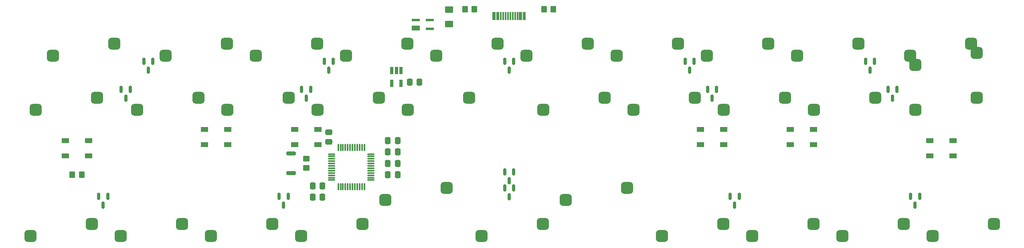
<source format=gbr>
%TF.GenerationSoftware,KiCad,Pcbnew,(7.0.0)*%
%TF.CreationDate,2024-03-09T22:34:04+01:00*%
%TF.ProjectId,kicad_tsuru,6b696361-645f-4747-9375-72752e6b6963,rev?*%
%TF.SameCoordinates,Original*%
%TF.FileFunction,Paste,Bot*%
%TF.FilePolarity,Positive*%
%FSLAX46Y46*%
G04 Gerber Fmt 4.6, Leading zero omitted, Abs format (unit mm)*
G04 Created by KiCad (PCBNEW (7.0.0)) date 2024-03-09 22:34:04*
%MOMM*%
%LPD*%
G01*
G04 APERTURE LIST*
G04 Aperture macros list*
%AMRoundRect*
0 Rectangle with rounded corners*
0 $1 Rounding radius*
0 $2 $3 $4 $5 $6 $7 $8 $9 X,Y pos of 4 corners*
0 Add a 4 corners polygon primitive as box body*
4,1,4,$2,$3,$4,$5,$6,$7,$8,$9,$2,$3,0*
0 Add four circle primitives for the rounded corners*
1,1,$1+$1,$2,$3*
1,1,$1+$1,$4,$5*
1,1,$1+$1,$6,$7*
1,1,$1+$1,$8,$9*
0 Add four rect primitives between the rounded corners*
20,1,$1+$1,$2,$3,$4,$5,0*
20,1,$1+$1,$4,$5,$6,$7,0*
20,1,$1+$1,$6,$7,$8,$9,0*
20,1,$1+$1,$8,$9,$2,$3,0*%
G04 Aperture macros list end*
%ADD10RoundRect,0.625000X-0.650000X-0.625000X0.650000X-0.625000X0.650000X0.625000X-0.650000X0.625000X0*%
%ADD11RoundRect,0.625000X0.650000X0.625000X-0.650000X0.625000X-0.650000X-0.625000X0.650000X-0.625000X0*%
%ADD12RoundRect,0.250000X-0.337500X-0.475000X0.337500X-0.475000X0.337500X0.475000X-0.337500X0.475000X0*%
%ADD13R,0.650000X1.560000*%
%ADD14RoundRect,0.200000X-0.800000X0.200000X-0.800000X-0.200000X0.800000X-0.200000X0.800000X0.200000X0*%
%ADD15R,1.500000X1.000000*%
%ADD16RoundRect,0.150000X-0.150000X0.587500X-0.150000X-0.587500X0.150000X-0.587500X0.150000X0.587500X0*%
%ADD17R,1.700000X1.000000*%
%ADD18R,1.700000X0.600000*%
%ADD19RoundRect,0.250000X0.475000X-0.337500X0.475000X0.337500X-0.475000X0.337500X-0.475000X-0.337500X0*%
%ADD20RoundRect,0.250000X-0.350000X-0.450000X0.350000X-0.450000X0.350000X0.450000X-0.350000X0.450000X0*%
%ADD21RoundRect,0.250000X0.337500X0.475000X-0.337500X0.475000X-0.337500X-0.475000X0.337500X-0.475000X0*%
%ADD22RoundRect,0.250000X0.350000X0.450000X-0.350000X0.450000X-0.350000X-0.450000X0.350000X-0.450000X0*%
%ADD23RoundRect,0.250000X-0.450000X0.350000X-0.450000X-0.350000X0.450000X-0.350000X0.450000X0.350000X0*%
%ADD24R,0.300000X1.750000*%
%ADD25RoundRect,0.075000X0.075000X-0.662500X0.075000X0.662500X-0.075000X0.662500X-0.075000X-0.662500X0*%
%ADD26RoundRect,0.075000X0.662500X-0.075000X0.662500X0.075000X-0.662500X0.075000X-0.662500X-0.075000X0*%
%ADD27RoundRect,0.250001X-0.624999X0.462499X-0.624999X-0.462499X0.624999X-0.462499X0.624999X0.462499X0*%
G04 APERTURE END LIST*
D10*
%TO.C,MX19*%
X212119375Y-69266250D03*
X225046375Y-66726250D03*
%TD*%
D11*
%TO.C,MX6*%
X164376875Y-55296250D03*
X151449875Y-57836250D03*
%TD*%
%TO.C,MX30*%
X250101875Y-93396250D03*
X237174875Y-95936250D03*
%TD*%
%TO.C,MX31*%
X154851875Y-93396250D03*
X141924875Y-95936250D03*
%TD*%
D10*
%TO.C,MX25*%
X121631875Y-88316250D03*
X134558875Y-85776250D03*
%TD*%
%TO.C,MX16*%
X154969375Y-69266250D03*
X167896375Y-66726250D03*
%TD*%
%TO.C,MX18*%
X193069375Y-69266250D03*
X205996375Y-66726250D03*
%TD*%
D11*
%TO.C,MX3*%
X107226875Y-55296250D03*
X94299875Y-57836250D03*
%TD*%
%TO.C,MX5*%
X145326875Y-55296250D03*
X132399875Y-57836250D03*
%TD*%
D10*
%TO.C,MX12*%
X69244375Y-69266250D03*
X82171375Y-66726250D03*
%TD*%
D11*
%TO.C,MX24*%
X116751875Y-93396250D03*
X103824875Y-95936250D03*
%TD*%
%TO.C,MX22*%
X78651875Y-93396250D03*
X65724875Y-95936250D03*
%TD*%
%TO.C,MX29*%
X231051875Y-93396250D03*
X218124875Y-95936250D03*
%TD*%
D10*
%TO.C,MX17*%
X174019375Y-69266250D03*
X186946375Y-66726250D03*
%TD*%
%TO.C,MX15*%
X126394375Y-69266250D03*
X139321375Y-66726250D03*
%TD*%
D11*
%TO.C,MX21*%
X59601875Y-93396250D03*
X46674875Y-95936250D03*
%TD*%
%TO.C,MX27*%
X192951875Y-93396250D03*
X180024875Y-95936250D03*
%TD*%
%TO.C,MX7*%
X183426875Y-55296250D03*
X170499875Y-57836250D03*
%TD*%
D10*
%TO.C,MX26*%
X159731875Y-88316250D03*
X172658875Y-85776250D03*
%TD*%
%TO.C,MX20*%
X233550625Y-69266250D03*
X246477625Y-66726250D03*
%TD*%
D11*
%TO.C,MX4*%
X126276875Y-55296250D03*
X113349875Y-57836250D03*
%TD*%
D10*
%TO.C,MX32*%
X233550625Y-59741250D03*
X246477625Y-57201250D03*
%TD*%
%TO.C,MX14*%
X107344375Y-69266250D03*
X120271375Y-66726250D03*
%TD*%
D11*
%TO.C,MX23*%
X97701875Y-93396250D03*
X84774875Y-95936250D03*
%TD*%
%TO.C,MX1*%
X64364375Y-55296250D03*
X51437375Y-57836250D03*
%TD*%
%TO.C,MX28*%
X212001875Y-93396250D03*
X199074875Y-95936250D03*
%TD*%
%TO.C,MX10*%
X245339375Y-55296250D03*
X232412375Y-57836250D03*
%TD*%
%TO.C,MX2*%
X88176875Y-55296250D03*
X75249875Y-57836250D03*
%TD*%
D10*
%TO.C,MX11*%
X47813125Y-69266250D03*
X60740125Y-66726250D03*
%TD*%
D11*
%TO.C,MX8*%
X202476875Y-55296250D03*
X189549875Y-57836250D03*
%TD*%
D10*
%TO.C,MX13*%
X88294375Y-69266250D03*
X101221375Y-66726250D03*
%TD*%
D11*
%TO.C,MX9*%
X221526875Y-55296250D03*
X208599875Y-57836250D03*
%TD*%
D12*
%TO.C,C1*%
X126739375Y-63351250D03*
X128814375Y-63351250D03*
%TD*%
D13*
%TO.C,U2*%
X123004374Y-60931249D03*
X123954374Y-60931249D03*
X124904374Y-60931249D03*
X124904374Y-63631249D03*
X123004374Y-63631249D03*
%TD*%
D14*
%TO.C,SW3*%
X101729375Y-78437500D03*
X101729375Y-82637500D03*
%TD*%
D15*
%TO.C,D20*%
X207160624Y-76581249D03*
X207160624Y-73381249D03*
X212060624Y-73381249D03*
X212060624Y-76581249D03*
%TD*%
%TO.C,D17*%
X83404374Y-76581249D03*
X83404374Y-73381249D03*
X88304374Y-73381249D03*
X88304374Y-76581249D03*
%TD*%
D16*
%TO.C,D11*%
X61091875Y-87537500D03*
X62991875Y-87537500D03*
X62041875Y-89412500D03*
%TD*%
%TO.C,D15*%
X232541875Y-87537500D03*
X234441875Y-87537500D03*
X233491875Y-89412500D03*
%TD*%
%TO.C,D14*%
X194441875Y-87537500D03*
X196341875Y-87537500D03*
X195391875Y-89412500D03*
%TD*%
%TO.C,D10*%
X227779375Y-64915625D03*
X229679375Y-64915625D03*
X228729375Y-66790625D03*
%TD*%
D15*
%TO.C,D19*%
X188179374Y-76581249D03*
X188179374Y-73381249D03*
X193079374Y-73381249D03*
X193079374Y-76581249D03*
%TD*%
D17*
%TO.C,U1*%
X128010624Y-51918749D03*
D18*
X128010624Y-50218749D03*
X131010624Y-50218749D03*
X131010624Y-52118749D03*
%TD*%
D15*
%TO.C,D16*%
X54035624Y-78962499D03*
X54035624Y-75762499D03*
X58935624Y-75762499D03*
X58935624Y-78962499D03*
%TD*%
%TO.C,D18*%
X102454374Y-76581249D03*
X102454374Y-73381249D03*
X107354374Y-73381249D03*
X107354374Y-76581249D03*
%TD*%
D19*
%TO.C,C5*%
X109666875Y-76018750D03*
X109666875Y-73943750D03*
%TD*%
D16*
%TO.C,D3*%
X146816875Y-58962500D03*
X148716875Y-58962500D03*
X147766875Y-60837500D03*
%TD*%
D20*
%TO.C,R2*%
X155101250Y-47993750D03*
X157101250Y-47993750D03*
%TD*%
D16*
%TO.C,D9*%
X189679375Y-64915625D03*
X191579375Y-64915625D03*
X190629375Y-66790625D03*
%TD*%
%TO.C,D6*%
X65854375Y-64915625D03*
X67754375Y-64915625D03*
X66804375Y-66790625D03*
%TD*%
D21*
%TO.C,C10*%
X108323125Y-87681250D03*
X106248125Y-87681250D03*
%TD*%
D16*
%TO.C,D7*%
X103954375Y-64915625D03*
X105854375Y-64915625D03*
X104904375Y-66790625D03*
%TD*%
D21*
%TO.C,C6*%
X108323125Y-85300000D03*
X106248125Y-85300000D03*
%TD*%
D22*
%TO.C,R1*%
X140432500Y-47993750D03*
X138432500Y-47993750D03*
%TD*%
D12*
%TO.C,C4*%
X122123125Y-78156250D03*
X124198125Y-78156250D03*
%TD*%
D16*
%TO.C,D5*%
X223016875Y-58962500D03*
X224916875Y-58962500D03*
X223966875Y-60837500D03*
%TD*%
%TO.C,D8*%
X146816875Y-82313727D03*
X148716875Y-82313727D03*
X147766875Y-84188727D03*
%TD*%
%TO.C,D4*%
X184916875Y-58962500D03*
X186816875Y-58962500D03*
X185866875Y-60837500D03*
%TD*%
D12*
%TO.C,C8*%
X122123125Y-82918750D03*
X124198125Y-82918750D03*
%TD*%
D16*
%TO.C,D2*%
X108716875Y-58962500D03*
X110616875Y-58962500D03*
X109666875Y-60837500D03*
%TD*%
D23*
%TO.C,R4*%
X104904375Y-79537500D03*
X104904375Y-81537500D03*
%TD*%
D24*
%TO.C,J1*%
X144416874Y-49393749D03*
X145216874Y-49393749D03*
X146516874Y-49393749D03*
X147516874Y-49393749D03*
X148016874Y-49393749D03*
X149016874Y-49393749D03*
X150316874Y-49393749D03*
X151116874Y-49393749D03*
X150816874Y-49393749D03*
X150016874Y-49393749D03*
X149516874Y-49393749D03*
X148516874Y-49393749D03*
X147016874Y-49393749D03*
X146016874Y-49393749D03*
X145516874Y-49393749D03*
X144716874Y-49393749D03*
%TD*%
D16*
%TO.C,D1*%
X70616875Y-58962500D03*
X72516875Y-58962500D03*
X71566875Y-60837500D03*
%TD*%
D25*
%TO.C,U3*%
X117179375Y-85493750D03*
X116679375Y-85493750D03*
X116179375Y-85493750D03*
X115679375Y-85493750D03*
X115179375Y-85493750D03*
X114679375Y-85493750D03*
X114179375Y-85493750D03*
X113679375Y-85493750D03*
X113179375Y-85493750D03*
X112679375Y-85493750D03*
X112179375Y-85493750D03*
X111679375Y-85493750D03*
D26*
X110266875Y-84081250D03*
X110266875Y-83581250D03*
X110266875Y-83081250D03*
X110266875Y-82581250D03*
X110266875Y-82081250D03*
X110266875Y-81581250D03*
X110266875Y-81081250D03*
X110266875Y-80581250D03*
X110266875Y-80081250D03*
X110266875Y-79581250D03*
X110266875Y-79081250D03*
X110266875Y-78581250D03*
D25*
X111679375Y-77168750D03*
X112179375Y-77168750D03*
X112679375Y-77168750D03*
X113179375Y-77168750D03*
X113679375Y-77168750D03*
X114179375Y-77168750D03*
X114679375Y-77168750D03*
X115179375Y-77168750D03*
X115679375Y-77168750D03*
X116179375Y-77168750D03*
X116679375Y-77168750D03*
X117179375Y-77168750D03*
D26*
X118591875Y-78581250D03*
X118591875Y-79081250D03*
X118591875Y-79581250D03*
X118591875Y-80081250D03*
X118591875Y-80581250D03*
X118591875Y-81081250D03*
X118591875Y-81581250D03*
X118591875Y-82081250D03*
X118591875Y-82581250D03*
X118591875Y-83081250D03*
X118591875Y-83581250D03*
X118591875Y-84081250D03*
%TD*%
D27*
%TO.C,F2*%
X135066875Y-48093750D03*
X135066875Y-51068750D03*
%TD*%
D12*
%TO.C,C7*%
X122123125Y-80537500D03*
X124198125Y-80537500D03*
%TD*%
D16*
%TO.C,D12*%
X99191875Y-87537500D03*
X101091875Y-87537500D03*
X100141875Y-89412500D03*
%TD*%
D22*
%TO.C,R3*%
X57485625Y-82918750D03*
X55485625Y-82918750D03*
%TD*%
D16*
%TO.C,D13*%
X146816875Y-85754981D03*
X148716875Y-85754981D03*
X147766875Y-87629981D03*
%TD*%
D12*
%TO.C,C9*%
X122123125Y-75775000D03*
X124198125Y-75775000D03*
%TD*%
D15*
%TO.C,D21*%
X236598124Y-78962499D03*
X236598124Y-75762499D03*
X241498124Y-75762499D03*
X241498124Y-78962499D03*
%TD*%
M02*

</source>
